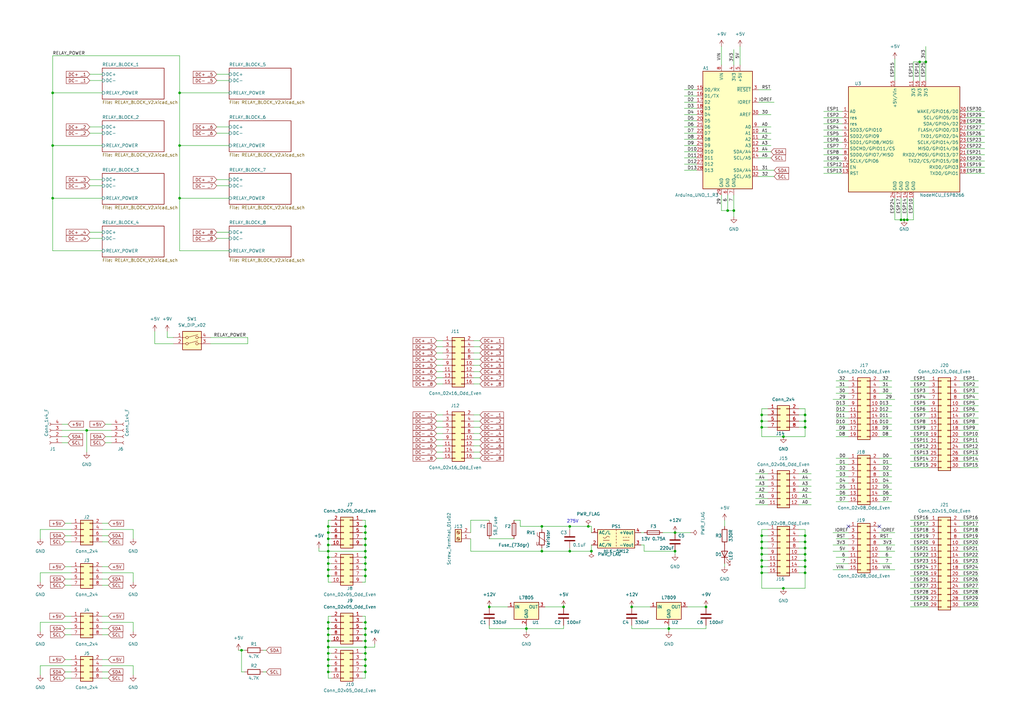
<source format=kicad_sch>
(kicad_sch (version 20211123) (generator eeschema)
  (paper "A3")
  (junction (at 134.62 270.51))
  (junction (at 149.86 220.98))
  (junction (at 149.86 270.51))
  (junction (at 312.42 232.41))
  (junction (at 379.73 25.4))
  (junction (at 312.42 219.71))
  (junction (at 21.59 38.1))
  (junction (at 276.86 218.44))
  (junction (at 149.86 228.6))
  (junction (at 134.62 233.68))
  (junction (at 149.86 267.97))
  (junction (at 149.86 262.89))
  (junction (at 312.42 175.26))
  (junction (at 21.59 59.69))
  (junction (at 312.42 172.72))
  (junction (at 372.11 90.17))
  (junction (at 276.86 226.06))
  (junction (at 312.42 222.25))
  (junction (at 134.62 226.06))
  (junction (at 134.62 231.14))
  (junction (at 369.57 90.17))
  (junction (at 298.45 86.36))
  (junction (at 330.2 172.72))
  (junction (at 134.62 273.05))
  (junction (at 35.56 176.53))
  (junction (at 330.2 232.41))
  (junction (at 300.99 86.36))
  (junction (at 312.42 170.18))
  (junction (at 241.3 215.9))
  (junction (at 312.42 229.87))
  (junction (at 134.62 215.9))
  (junction (at 370.84 90.17))
  (junction (at 73.66 81.28))
  (junction (at 21.59 81.28))
  (junction (at 200.66 248.92))
  (junction (at 330.2 234.95))
  (junction (at 149.86 226.06))
  (junction (at 134.62 262.89))
  (junction (at 149.86 233.68))
  (junction (at 330.2 219.71))
  (junction (at 134.62 275.59))
  (junction (at 242.57 226.06))
  (junction (at 134.62 223.52))
  (junction (at 134.62 218.44))
  (junction (at 134.62 257.81))
  (junction (at 134.62 236.22))
  (junction (at 149.86 215.9))
  (junction (at 233.68 215.9))
  (junction (at 312.42 227.33))
  (junction (at 274.32 257.81))
  (junction (at 134.62 228.6))
  (junction (at 215.9 257.81))
  (junction (at 330.2 224.79))
  (junction (at 289.56 248.92))
  (junction (at 73.66 59.69))
  (junction (at 149.86 257.81))
  (junction (at 259.08 248.92))
  (junction (at 222.25 215.9))
  (junction (at 134.62 267.97))
  (junction (at 149.86 275.59))
  (junction (at 312.42 224.79))
  (junction (at 321.31 241.3))
  (junction (at 149.86 223.52))
  (junction (at 134.62 255.27))
  (junction (at 149.86 273.05))
  (junction (at 321.31 179.07))
  (junction (at 222.25 226.06))
  (junction (at 233.68 226.06))
  (junction (at 330.2 227.33))
  (junction (at 149.86 236.22))
  (junction (at 377.19 25.4))
  (junction (at 134.62 220.98))
  (junction (at 149.86 260.35))
  (junction (at 149.86 265.43))
  (junction (at 330.2 170.18))
  (junction (at 149.86 231.14))
  (junction (at 330.2 229.87))
  (junction (at 330.2 175.26))
  (junction (at 73.66 38.1))
  (junction (at 231.14 248.92))
  (junction (at 134.62 265.43))
  (junction (at 312.42 234.95))
  (junction (at 149.86 255.27))
  (junction (at 134.62 260.35))
  (junction (at 99.06 266.7))
  (junction (at 330.2 222.25))
  (junction (at 149.86 218.44))
  (no_connect (at 360.68 215.9))
  (no_connect (at 347.98 215.9))
  (wire (pts (xy 134.62 215.9) (xy 135.89 215.9)))
  (wire (pts (xy 347.98 220.98) (xy 342.9 220.98)))
  (wire (pts (xy 393.7 156.21) (xy 401.32 156.21)))
  (wire (pts (xy 88.9 97.79) (xy 93.98 97.79)))
  (wire (pts (xy 393.7 213.36) (xy 401.32 213.36)))
  (wire (pts (xy 21.59 22.86) (xy 21.59 38.1)))
  (wire (pts (xy 365.76 203.2) (xy 360.68 203.2)))
  (wire (pts (xy 148.59 273.05) (xy 149.86 273.05)))
  (wire (pts (xy 285.75 69.85) (xy 280.67 69.85)))
  (wire (pts (xy 365.76 228.6) (xy 360.68 228.6)))
  (wire (pts (xy 337.82 58.42) (xy 345.44 58.42)))
  (wire (pts (xy 194.31 154.94) (xy 196.85 154.94)))
  (wire (pts (xy 373.38 161.29) (xy 381 161.29)))
  (wire (pts (xy 25.4 179.07) (xy 27.94 179.07)))
  (wire (pts (xy 369.57 81.28) (xy 369.57 90.17)))
  (wire (pts (xy 373.38 158.75) (xy 381 158.75)))
  (wire (pts (xy 134.62 231.14) (xy 135.89 231.14)))
  (wire (pts (xy 342.9 161.29) (xy 347.98 161.29)))
  (wire (pts (xy 41.91 237.49) (xy 44.45 237.49)))
  (wire (pts (xy 309.88 204.47) (xy 314.96 204.47)))
  (wire (pts (xy 134.62 218.44) (xy 134.62 220.98)))
  (wire (pts (xy 360.68 161.29) (xy 365.76 161.29)))
  (wire (pts (xy 365.76 193.04) (xy 360.68 193.04)))
  (wire (pts (xy 194.31 139.7) (xy 196.85 139.7)))
  (wire (pts (xy 179.07 139.7) (xy 181.61 139.7)))
  (wire (pts (xy 393.7 228.6) (xy 401.32 228.6)))
  (wire (pts (xy 45.72 181.61) (xy 43.18 181.61)))
  (wire (pts (xy 26.67 270.51) (xy 29.21 270.51)))
  (wire (pts (xy 393.7 163.83) (xy 401.32 163.83)))
  (wire (pts (xy 36.83 97.79) (xy 41.91 97.79)))
  (wire (pts (xy 321.31 241.3) (xy 312.42 241.3)))
  (wire (pts (xy 373.38 173.99) (xy 381 173.99)))
  (wire (pts (xy 337.82 66.04) (xy 345.44 66.04)))
  (wire (pts (xy 342.9 158.75) (xy 347.98 158.75)))
  (wire (pts (xy 149.86 223.52) (xy 149.86 226.06)))
  (wire (pts (xy 86.36 140.97) (xy 101.6 140.97)))
  (wire (pts (xy 149.86 262.89) (xy 149.86 265.43)))
  (wire (pts (xy 36.83 52.07) (xy 41.91 52.07)))
  (wire (pts (xy 179.07 177.8) (xy 181.61 177.8)))
  (wire (pts (xy 73.66 22.86) (xy 73.66 38.1)))
  (wire (pts (xy 134.62 262.89) (xy 135.89 262.89)))
  (wire (pts (xy 16.51 217.17) (xy 29.21 217.17)))
  (wire (pts (xy 342.9 168.91) (xy 347.98 168.91)))
  (wire (pts (xy 134.62 273.05) (xy 134.62 275.59)))
  (wire (pts (xy 134.62 260.35) (xy 134.62 262.89)))
  (wire (pts (xy 377.19 25.4) (xy 379.73 25.4)))
  (wire (pts (xy 327.66 194.31) (xy 332.74 194.31)))
  (wire (pts (xy 367.03 223.52) (xy 360.68 223.52)))
  (wire (pts (xy 342.9 171.45) (xy 347.98 171.45)))
  (wire (pts (xy 360.68 179.07) (xy 365.76 179.07)))
  (wire (pts (xy 393.7 186.69) (xy 401.32 186.69)))
  (wire (pts (xy 403.86 48.26) (xy 396.24 48.26)))
  (wire (pts (xy 233.68 215.9) (xy 233.68 217.17)))
  (wire (pts (xy 330.2 229.87) (xy 330.2 227.33)))
  (wire (pts (xy 374.65 33.02) (xy 374.65 25.4)))
  (wire (pts (xy 373.38 223.52) (xy 381 223.52)))
  (wire (pts (xy 179.07 147.32) (xy 181.61 147.32)))
  (wire (pts (xy 295.91 86.36) (xy 298.45 86.36)))
  (wire (pts (xy 21.59 81.28) (xy 41.91 81.28)))
  (wire (pts (xy 134.62 218.44) (xy 135.89 218.44)))
  (wire (pts (xy 134.62 262.89) (xy 134.62 265.43)))
  (wire (pts (xy 312.42 167.64) (xy 312.42 170.18)))
  (wire (pts (xy 179.07 172.72) (xy 181.61 172.72)))
  (wire (pts (xy 16.51 238.76) (xy 16.51 234.95)))
  (wire (pts (xy 97.79 266.7) (xy 99.06 266.7)))
  (wire (pts (xy 327.66 167.64) (xy 330.2 167.64)))
  (wire (pts (xy 215.9 256.54) (xy 215.9 257.81)))
  (wire (pts (xy 45.72 179.07) (xy 43.18 179.07)))
  (wire (pts (xy 16.51 259.08) (xy 16.51 255.27)))
  (wire (pts (xy 36.83 54.61) (xy 41.91 54.61)))
  (wire (pts (xy 367.03 24.13) (xy 367.03 33.02)))
  (wire (pts (xy 36.83 76.2) (xy 41.91 76.2)))
  (wire (pts (xy 327.66 227.33) (xy 330.2 227.33)))
  (wire (pts (xy 68.58 138.43) (xy 68.58 135.89)))
  (wire (pts (xy 365.76 190.5) (xy 360.68 190.5)))
  (wire (pts (xy 73.66 81.28) (xy 93.98 81.28)))
  (wire (pts (xy 134.62 233.68) (xy 135.89 233.68)))
  (wire (pts (xy 149.86 267.97) (xy 149.86 270.51)))
  (wire (pts (xy 36.83 73.66) (xy 41.91 73.66)))
  (wire (pts (xy 312.42 224.79) (xy 312.42 227.33)))
  (wire (pts (xy 295.91 19.05) (xy 295.91 26.67)))
  (wire (pts (xy 327.66 196.85) (xy 332.74 196.85)))
  (wire (pts (xy 99.06 266.7) (xy 99.06 275.59)))
  (wire (pts (xy 88.9 76.2) (xy 93.98 76.2)))
  (wire (pts (xy 179.07 187.96) (xy 181.61 187.96)))
  (wire (pts (xy 373.38 156.21) (xy 381 156.21)))
  (wire (pts (xy 134.62 238.76) (xy 135.89 238.76)))
  (wire (pts (xy 312.42 167.64) (xy 314.96 167.64)))
  (wire (pts (xy 242.57 226.06) (xy 233.68 226.06)))
  (wire (pts (xy 262.89 218.44) (xy 264.16 218.44)))
  (wire (pts (xy 330.2 234.95) (xy 327.66 234.95)))
  (wire (pts (xy 194.31 149.86) (xy 196.85 149.86)))
  (wire (pts (xy 314.96 217.17) (xy 312.42 217.17)))
  (wire (pts (xy 393.7 168.91) (xy 401.32 168.91)))
  (wire (pts (xy 54.61 234.95) (xy 54.61 238.76)))
  (wire (pts (xy 370.84 90.17) (xy 372.11 90.17)))
  (wire (pts (xy 21.59 38.1) (xy 41.91 38.1)))
  (wire (pts (xy 360.68 156.21) (xy 365.76 156.21)))
  (wire (pts (xy 25.4 176.53) (xy 35.56 176.53)))
  (wire (pts (xy 194.31 152.4) (xy 196.85 152.4)))
  (wire (pts (xy 16.51 255.27) (xy 29.21 255.27)))
  (wire (pts (xy 21.59 22.86) (xy 73.66 22.86)))
  (wire (pts (xy 26.67 214.63) (xy 29.21 214.63)))
  (wire (pts (xy 312.42 227.33) (xy 312.42 229.87)))
  (wire (pts (xy 134.62 255.27) (xy 135.89 255.27)))
  (wire (pts (xy 88.9 52.07) (xy 93.98 52.07)))
  (wire (pts (xy 285.75 59.69) (xy 280.67 59.69)))
  (wire (pts (xy 327.66 232.41) (xy 330.2 232.41)))
  (wire (pts (xy 365.76 231.14) (xy 360.68 231.14)))
  (wire (pts (xy 41.91 219.71) (xy 44.45 219.71)))
  (wire (pts (xy 148.59 255.27) (xy 149.86 255.27)))
  (wire (pts (xy 393.7 220.98) (xy 401.32 220.98)))
  (wire (pts (xy 276.86 226.06) (xy 276.86 227.33)))
  (wire (pts (xy 341.63 218.44) (xy 347.98 218.44)))
  (wire (pts (xy 393.7 241.3) (xy 401.32 241.3)))
  (wire (pts (xy 360.68 173.99) (xy 365.76 173.99)))
  (wire (pts (xy 373.38 186.69) (xy 381 186.69)))
  (wire (pts (xy 393.7 184.15) (xy 401.32 184.15)))
  (wire (pts (xy 222.25 215.9) (xy 233.68 215.9)))
  (wire (pts (xy 330.2 234.95) (xy 330.2 232.41)))
  (wire (pts (xy 285.75 67.31) (xy 280.67 67.31)))
  (wire (pts (xy 393.7 158.75) (xy 401.32 158.75)))
  (wire (pts (xy 45.72 173.99) (xy 43.18 173.99)))
  (wire (pts (xy 393.7 238.76) (xy 401.32 238.76)))
  (wire (pts (xy 373.38 181.61) (xy 381 181.61)))
  (wire (pts (xy 134.62 233.68) (xy 134.62 236.22)))
  (wire (pts (xy 330.2 167.64) (xy 330.2 170.18)))
  (wire (pts (xy 134.62 267.97) (xy 134.62 270.51)))
  (wire (pts (xy 63.5 140.97) (xy 71.12 140.97)))
  (wire (pts (xy 271.78 218.44) (xy 276.86 218.44)))
  (wire (pts (xy 134.62 228.6) (xy 135.89 228.6)))
  (wire (pts (xy 393.7 226.06) (xy 401.32 226.06)))
  (wire (pts (xy 330.2 224.79) (xy 330.2 222.25)))
  (wire (pts (xy 285.75 49.53) (xy 280.67 49.53)))
  (wire (pts (xy 148.59 213.36) (xy 149.86 213.36)))
  (wire (pts (xy 312.42 227.33) (xy 314.96 227.33)))
  (wire (pts (xy 215.9 257.81) (xy 231.14 257.81)))
  (wire (pts (xy 330.2 227.33) (xy 330.2 224.79)))
  (wire (pts (xy 281.94 248.92) (xy 289.56 248.92)))
  (wire (pts (xy 149.86 270.51) (xy 149.86 273.05)))
  (wire (pts (xy 327.66 172.72) (xy 330.2 172.72)))
  (wire (pts (xy 316.23 62.23) (xy 311.15 62.23)))
  (wire (pts (xy 274.32 257.81) (xy 274.32 259.08)))
  (wire (pts (xy 393.7 215.9) (xy 401.32 215.9)))
  (wire (pts (xy 342.9 156.21) (xy 347.98 156.21)))
  (wire (pts (xy 365.76 198.12) (xy 360.68 198.12)))
  (wire (pts (xy 337.82 53.34) (xy 345.44 53.34)))
  (wire (pts (xy 210.82 213.36) (xy 213.36 213.36)))
  (wire (pts (xy 347.98 203.2) (xy 342.9 203.2)))
  (wire (pts (xy 373.38 171.45) (xy 381 171.45)))
  (wire (pts (xy 373.38 226.06) (xy 381 226.06)))
  (wire (pts (xy 289.56 257.81) (xy 289.56 256.54)))
  (wire (pts (xy 327.66 201.93) (xy 332.74 201.93)))
  (wire (pts (xy 148.59 260.35) (xy 149.86 260.35)))
  (wire (pts (xy 337.82 45.72) (xy 345.44 45.72)))
  (wire (pts (xy 241.3 215.9) (xy 233.68 215.9)))
  (wire (pts (xy 373.38 189.23) (xy 381 189.23)))
  (wire (pts (xy 285.75 54.61) (xy 280.67 54.61)))
  (wire (pts (xy 327.66 224.79) (xy 330.2 224.79)))
  (wire (pts (xy 311.15 36.83) (xy 316.23 36.83)))
  (wire (pts (xy 393.7 231.14) (xy 401.32 231.14)))
  (wire (pts (xy 327.66 170.18) (xy 330.2 170.18)))
  (wire (pts (xy 377.19 33.02) (xy 377.19 25.4)))
  (wire (pts (xy 86.36 138.43) (xy 101.6 138.43)))
  (wire (pts (xy 393.7 243.84) (xy 401.32 243.84)))
  (wire (pts (xy 373.38 238.76) (xy 381 238.76)))
  (wire (pts (xy 73.66 38.1) (xy 73.66 59.69)))
  (wire (pts (xy 25.4 173.99) (xy 27.94 173.99)))
  (wire (pts (xy 134.62 228.6) (xy 134.62 231.14)))
  (wire (pts (xy 134.62 213.36) (xy 134.62 215.9)))
  (wire (pts (xy 316.23 46.99) (xy 311.15 46.99)))
  (wire (pts (xy 379.73 25.4) (xy 379.73 33.02)))
  (wire (pts (xy 374.65 25.4) (xy 377.19 25.4)))
  (wire (pts (xy 330.2 222.25) (xy 330.2 219.71)))
  (wire (pts (xy 285.75 39.37) (xy 280.67 39.37)))
  (wire (pts (xy 360.68 163.83) (xy 367.03 163.83)))
  (wire (pts (xy 259.08 257.81) (xy 274.32 257.81)))
  (wire (pts (xy 327.66 175.26) (xy 330.2 175.26)))
  (wire (pts (xy 285.75 64.77) (xy 280.67 64.77)))
  (wire (pts (xy 100.33 275.59) (xy 99.06 275.59)))
  (wire (pts (xy 63.5 135.89) (xy 63.5 140.97)))
  (wire (pts (xy 41.91 270.51) (xy 44.45 270.51)))
  (wire (pts (xy 312.42 229.87) (xy 312.42 232.41)))
  (wire (pts (xy 403.86 66.04) (xy 396.24 66.04)))
  (wire (pts (xy 26.67 232.41) (xy 29.21 232.41)))
  (wire (pts (xy 41.91 278.13) (xy 44.45 278.13)))
  (wire (pts (xy 300.99 20.32) (xy 300.99 26.67)))
  (wire (pts (xy 373.38 220.98) (xy 381 220.98)))
  (wire (pts (xy 330.2 219.71) (xy 330.2 217.17)))
  (wire (pts (xy 373.38 231.14) (xy 381 231.14)))
  (wire (pts (xy 16.51 276.86) (xy 16.51 273.05)))
  (wire (pts (xy 134.62 260.35) (xy 135.89 260.35)))
  (wire (pts (xy 179.07 142.24) (xy 181.61 142.24)))
  (wire (pts (xy 194.31 182.88) (xy 196.85 182.88)))
  (wire (pts (xy 262.89 223.52) (xy 264.16 223.52)))
  (wire (pts (xy 231.14 257.81) (xy 231.14 256.54)))
  (wire (pts (xy 393.7 191.77) (xy 401.32 191.77)))
  (wire (pts (xy 194.31 185.42) (xy 196.85 185.42)))
  (wire (pts (xy 373.38 243.84) (xy 381 243.84)))
  (wire (pts (xy 149.86 275.59) (xy 149.86 278.13)))
  (wire (pts (xy 367.03 90.17) (xy 369.57 90.17)))
  (wire (pts (xy 134.62 236.22) (xy 134.62 238.76)))
  (wire (pts (xy 373.38 191.77) (xy 381 191.77)))
  (wire (pts (xy 403.86 53.34) (xy 396.24 53.34)))
  (wire (pts (xy 317.5 41.91) (xy 311.15 41.91)))
  (wire (pts (xy 213.36 213.36) (xy 213.36 215.9)))
  (wire (pts (xy 342.9 179.07) (xy 347.98 179.07)))
  (wire (pts (xy 347.98 193.04) (xy 342.9 193.04)))
  (wire (pts (xy 360.68 218.44) (xy 367.03 218.44)))
  (wire (pts (xy 149.86 278.13) (xy 148.59 278.13)))
  (wire (pts (xy 347.98 187.96) (xy 342.9 187.96)))
  (wire (pts (xy 26.67 240.03) (xy 29.21 240.03)))
  (wire (pts (xy 149.86 215.9) (xy 149.86 218.44)))
  (wire (pts (xy 149.86 257.81) (xy 149.86 260.35)))
  (wire (pts (xy 54.61 255.27) (xy 54.61 259.08)))
  (wire (pts (xy 194.31 180.34) (xy 196.85 180.34)))
  (wire (pts (xy 347.98 205.74) (xy 342.9 205.74)))
  (wire (pts (xy 73.66 59.69) (xy 93.98 59.69)))
  (wire (pts (xy 312.42 170.18) (xy 314.96 170.18)))
  (wire (pts (xy 298.45 86.36) (xy 300.99 86.36)))
  (wire (pts (xy 41.91 214.63) (xy 44.45 214.63)))
  (wire (pts (xy 373.38 163.83) (xy 381 163.83)))
  (wire (pts (xy 393.7 189.23) (xy 401.32 189.23)))
  (wire (pts (xy 21.59 38.1) (xy 21.59 59.69)))
  (wire (pts (xy 309.88 196.85) (xy 314.96 196.85)))
  (wire (pts (xy 285.75 52.07) (xy 280.67 52.07)))
  (wire (pts (xy 347.98 231.14) (xy 342.9 231.14)))
  (wire (pts (xy 242.57 223.52) (xy 242.57 226.06)))
  (wire (pts (xy 393.7 173.99) (xy 401.32 173.99)))
  (wire (pts (xy 365.76 187.96) (xy 360.68 187.96)))
  (wire (pts (xy 373.38 215.9) (xy 381 215.9)))
  (wire (pts (xy 342.9 166.37) (xy 347.98 166.37)))
  (wire (pts (xy 321.31 179.07) (xy 312.42 179.07)))
  (wire (pts (xy 149.86 218.44) (xy 149.86 220.98)))
  (wire (pts (xy 179.07 157.48) (xy 181.61 157.48)))
  (wire (pts (xy 321.31 179.07) (xy 330.2 179.07)))
  (wire (pts (xy 41.91 234.95) (xy 54.61 234.95)))
  (wire (pts (xy 41.91 273.05) (xy 54.61 273.05)))
  (wire (pts (xy 16.51 220.98) (xy 16.51 217.17)))
  (wire (pts (xy 148.59 228.6) (xy 149.86 228.6)))
  (wire (pts (xy 393.7 161.29) (xy 401.32 161.29)))
  (wire (pts (xy 134.62 223.52) (xy 135.89 223.52)))
  (wire (pts (xy 215.9 257.81) (xy 215.9 259.08)))
  (wire (pts (xy 321.31 241.3) (xy 330.2 241.3)))
  (wire (pts (xy 365.76 205.74) (xy 360.68 205.74)))
  (wire (pts (xy 148.59 223.52) (xy 149.86 223.52)))
  (wire (pts (xy 194.31 144.78) (xy 196.85 144.78)))
  (wire (pts (xy 99.06 266.7) (xy 100.33 266.7)))
  (wire (pts (xy 149.86 265.43) (xy 149.86 267.97)))
  (wire (pts (xy 222.25 215.9) (xy 222.25 217.17)))
  (wire (pts (xy 369.57 90.17) (xy 370.84 90.17)))
  (wire (pts (xy 393.7 176.53) (xy 401.32 176.53)))
  (wire (pts (xy 360.68 158.75) (xy 365.76 158.75)))
  (wire (pts (xy 365.76 195.58) (xy 360.68 195.58)))
  (wire (pts (xy 149.86 220.98) (xy 149.86 223.52)))
  (wire (pts (xy 373.38 228.6) (xy 381 228.6)))
  (wire (pts (xy 373.38 218.44) (xy 381 218.44)))
  (wire (pts (xy 337.82 60.96) (xy 345.44 60.96)))
  (wire (pts (xy 179.07 149.86) (xy 181.61 149.86)))
  (wire (pts (xy 259.08 256.54) (xy 259.08 257.81)))
  (wire (pts (xy 312.42 224.79) (xy 314.96 224.79)))
  (wire (pts (xy 393.7 248.92) (xy 401.32 248.92)))
  (wire (pts (xy 101.6 138.43) (xy 101.6 140.97)))
  (wire (pts (xy 179.07 170.18) (xy 181.61 170.18)))
  (wire (pts (xy 107.95 266.7) (xy 109.22 266.7)))
  (wire (pts (xy 134.62 257.81) (xy 135.89 257.81)))
  (wire (pts (xy 193.04 213.36) (xy 200.66 213.36)))
  (wire (pts (xy 134.62 270.51) (xy 134.62 273.05)))
  (wire (pts (xy 367.03 81.28) (xy 367.03 90.17)))
  (wire (pts (xy 316.23 64.77) (xy 311.15 64.77)))
  (wire (pts (xy 194.31 147.32) (xy 196.85 147.32)))
  (wire (pts (xy 26.67 278.13) (xy 29.21 278.13)))
  (wire (pts (xy 312.42 241.3) (xy 312.42 234.95)))
  (wire (pts (xy 312.42 222.25) (xy 314.96 222.25)))
  (wire (pts (xy 309.88 207.01) (xy 314.96 207.01)))
  (wire (pts (xy 134.62 257.81) (xy 134.62 260.35)))
  (wire (pts (xy 373.38 233.68) (xy 381 233.68)))
  (wire (pts (xy 393.7 166.37) (xy 401.32 166.37)))
  (wire (pts (xy 194.31 187.96) (xy 196.85 187.96)))
  (wire (pts (xy 298.45 86.36) (xy 298.45 80.01)))
  (wire (pts (xy 194.31 175.26) (xy 196.85 175.26)))
  (wire (pts (xy 312.42 172.72) (xy 314.96 172.72)))
  (wire (pts (xy 222.25 226.06) (xy 222.25 224.79)))
  (wire (pts (xy 134.62 223.52) (xy 134.62 226.06)))
  (wire (pts (xy 135.89 213.36) (xy 134.62 213.36)))
  (wire (pts (xy 337.82 68.58) (xy 345.44 68.58)))
  (wire (pts (xy 36.83 30.48) (xy 41.91 30.48)))
  (wire (pts (xy 312.42 219.71) (xy 314.96 219.71)))
  (wire (pts (xy 148.59 275.59) (xy 149.86 275.59)))
  (wire (pts (xy 41.91 222.25) (xy 44.45 222.25)))
  (wire (pts (xy 327.66 207.01) (xy 332.74 207.01)))
  (wire (pts (xy 360.68 176.53) (xy 365.76 176.53)))
  (wire (pts (xy 149.86 226.06) (xy 149.86 228.6)))
  (wire (pts (xy 153.67 264.16) (xy 153.67 265.43)))
  (wire (pts (xy 274.32 257.81) (xy 289.56 257.81)))
  (wire (pts (xy 148.59 267.97) (xy 149.86 267.97)))
  (wire (pts (xy 26.67 275.59) (xy 29.21 275.59)))
  (wire (pts (xy 71.12 138.43) (xy 68.58 138.43)))
  (wire (pts (xy 148.59 252.73) (xy 149.86 252.73)))
  (wire (pts (xy 285.75 46.99) (xy 280.67 46.99)))
  (wire (pts (xy 26.67 237.49) (xy 29.21 237.49)))
  (wire (pts (xy 309.88 194.31) (xy 314.96 194.31)))
  (wire (pts (xy 337.82 48.26) (xy 345.44 48.26)))
  (wire (pts (xy 312.42 219.71) (xy 312.42 222.25)))
  (wire (pts (xy 134.62 255.27) (xy 134.62 257.81)))
  (wire (pts (xy 26.67 257.81) (xy 29.21 257.81)))
  (wire (pts (xy 330.2 217.17) (xy 327.66 217.17)))
  (wire (pts (xy 360.68 168.91) (xy 365.76 168.91)))
  (wire (pts (xy 149.86 228.6) (xy 149.86 231.14)))
  (wire (pts (xy 327.66 222.25) (xy 330.2 222.25)))
  (wire (pts (xy 149.86 236.22) (xy 149.86 238.76)))
  (wire (pts (xy 360.68 233.68) (xy 367.03 233.68)))
  (wire (pts (xy 41.91 257.81) (xy 44.45 257.81)))
  (wire (pts (xy 134.62 226.06) (xy 134.62 228.6)))
  (wire (pts (xy 316.23 57.15) (xy 311.15 57.15)))
  (wire (pts (xy 295.91 80.01) (xy 295.91 86.36)))
  (wire (pts (xy 179.07 182.88) (xy 181.61 182.88)))
  (wire (pts (xy 337.82 50.8) (xy 345.44 50.8)))
  (wire (pts (xy 134.62 265.43) (xy 149.86 265.43)))
  (wire (pts (xy 403.86 60.96) (xy 396.24 60.96)))
  (wire (pts (xy 337.82 55.88) (xy 345.44 55.88)))
  (wire (pts (xy 134.62 278.13) (xy 135.89 278.13)))
  (wire (pts (xy 312.42 234.95) (xy 314.96 234.95)))
  (wire (pts (xy 347.98 200.66) (xy 342.9 200.66)))
  (wire (pts (xy 330.2 172.72) (xy 330.2 175.26)))
  (wire (pts (xy 41.91 275.59) (xy 44.45 275.59)))
  (wire (pts (xy 193.04 220.98) (xy 193.04 226.06)))
  (wire (pts (xy 148.59 220.98) (xy 149.86 220.98)))
  (wire (pts (xy 134.62 275.59) (xy 135.89 275.59)))
  (wire (pts (xy 54.61 217.17) (xy 54.61 220.98)))
  (wire (pts (xy 35.56 176.53) (xy 35.56 185.42)))
  (wire (pts (xy 347.98 228.6) (xy 342.9 228.6)))
  (wire (pts (xy 149.86 238.76) (xy 148.59 238.76)))
  (wire (pts (xy 21.59 81.28) (xy 21.59 102.87)))
  (wire (pts (xy 179.07 185.42) (xy 181.61 185.42)))
  (wire (pts (xy 403.86 63.5) (xy 396.24 63.5)))
  (wire (pts (xy 347.98 198.12) (xy 342.9 198.12)))
  (wire (pts (xy 360.68 166.37) (xy 365.76 166.37)))
  (wire (pts (xy 300.99 86.36) (xy 300.99 80.01)))
  (wire (pts (xy 134.62 236.22) (xy 135.89 236.22)))
  (wire (pts (xy 285.75 44.45) (xy 280.67 44.45)))
  (wire (pts (xy 309.88 199.39) (xy 314.96 199.39)))
  (wire (pts (xy 148.59 231.14) (xy 149.86 231.14)))
  (wire (pts (xy 193.04 226.06) (xy 222.25 226.06)))
  (wire (pts (xy 316.23 59.69) (xy 311.15 59.69)))
  (wire (pts (xy 403.86 58.42) (xy 396.24 58.42)))
  (wire (pts (xy 36.83 33.02) (xy 41.91 33.02)))
  (wire (pts (xy 148.59 218.44) (xy 149.86 218.44)))
  (wire (pts (xy 311.15 69.85) (xy 317.5 69.85)))
  (wire (pts (xy 337.82 71.12) (xy 345.44 71.12)))
  (wire (pts (xy 373.38 241.3) (xy 381 241.3)))
  (wire (pts (xy 403.86 68.58) (xy 396.24 68.58)))
  (wire (pts (xy 88.9 54.61) (xy 93.98 54.61)))
  (wire (pts (xy 285.75 36.83) (xy 280.67 36.83)))
  (wire (pts (xy 194.31 177.8) (xy 196.85 177.8)))
  (wire (pts (xy 149.86 231.14) (xy 149.86 233.68)))
  (wire (pts (xy 373.38 184.15) (xy 381 184.15)))
  (wire (pts (xy 148.59 270.51) (xy 149.86 270.51)))
  (wire (pts (xy 194.31 172.72) (xy 196.85 172.72)))
  (wire (pts (xy 21.59 59.69) (xy 21.59 81.28)))
  (wire (pts (xy 148.59 262.89) (xy 149.86 262.89)))
  (wire (pts (xy 393.7 181.61) (xy 401.32 181.61)))
  (wire (pts (xy 242.57 215.9) (xy 241.3 215.9)))
  (wire (pts (xy 403.86 55.88) (xy 396.24 55.88)))
  (wire (pts (xy 200.66 257.81) (xy 215.9 257.81)))
  (wire (pts (xy 194.31 142.24) (xy 196.85 142.24)))
  (wire (pts (xy 314.96 229.87) (xy 312.42 229.87)))
  (wire (pts (xy 194.31 157.48) (xy 196.85 157.48)))
  (wire (pts (xy 372.11 81.28) (xy 372.11 90.17)))
  (wire (pts (xy 200.66 220.98) (xy 210.82 220.98)))
  (wire (pts (xy 327.66 204.47) (xy 332.74 204.47)))
  (wire (pts (xy 179.07 180.34) (xy 181.61 180.34)))
  (wire (pts (xy 373.38 176.53) (xy 381 176.53)))
  (wire (pts (xy 134.62 265.43) (xy 134.62 267.97)))
  (wire (pts (xy 134.62 220.98) (xy 134.62 223.52)))
  (wire (pts (xy 26.67 252.73) (xy 29.21 252.73)))
  (wire (pts (xy 403.86 50.8) (xy 396.24 50.8)))
  (wire (pts (xy 134.62 226.06) (xy 149.86 226.06)))
  (wire (pts (xy 327.66 199.39) (xy 332.74 199.39)))
  (wire (pts (xy 330.2 170.18) (xy 330.2 172.72)))
  (wire (pts (xy 312.42 175.26) (xy 314.96 175.26)))
  (wire (pts (xy 36.83 95.25) (xy 41.91 95.25)))
  (wire (pts (xy 297.18 231.14) (xy 297.18 232.41)))
  (wire (pts (xy 26.67 219.71) (xy 29.21 219.71)))
  (wire (pts (xy 373.38 246.38) (xy 381 246.38)))
  (wire (pts (xy 393.7 171.45) (xy 401.32 171.45)))
  (wire (pts (xy 393.7 246.38) (xy 401.32 246.38)))
  (wire (pts (xy 179.07 154.94) (xy 181.61 154.94)))
  (wire (pts (xy 88.9 30.48) (xy 93.98 30.48)))
  (wire (pts (xy 73.66 38.1) (xy 93.98 38.1)))
  (wire (pts (xy 41.91 252.73) (xy 44.45 252.73)))
  (wire (pts (xy 213.36 215.9) (xy 222.25 215.9)))
  (wire (pts (xy 347.98 226.06) (xy 341.63 226.06)))
  (wire (pts (xy 21.59 59.69) (xy 41.91 59.69)))
  (wire (pts (xy 148.59 215.9) (xy 149.86 215.9)))
  (wire (pts (xy 393.7 236.22) (xy 401.32 236.22)))
  (wire (pts (xy 285.75 57.15) (xy 280.67 57.15)))
  (wire (pts (xy 73.66 102.87) (xy 93.98 102.87)))
  (wire (pts (xy 309.88 201.93) (xy 314.96 201.93)))
  (wire (pts (xy 149.86 255.27) (xy 149.86 257.81)))
  (wire (pts (xy 330.2 232.41) (xy 330.2 229.87)))
  (wire (pts (xy 41.91 260.35) (xy 44.45 260.35)))
  (wire (pts (xy 16.51 234.95) (xy 29.21 234.95)))
  (wire (pts (xy 149.86 252.73) (xy 149.86 255.27)))
  (wire (pts (xy 312.42 170.18) (xy 312.42 172.72)))
  (wire (pts (xy 149.86 273.05) (xy 149.86 275.59)))
  (wire (pts (xy 360.68 171.45) (xy 365.76 171.45)))
  (wire (pts (xy 311.15 72.39) (xy 317.5 72.39)))
  (wire (pts (xy 342.9 173.99) (xy 347.98 173.99)))
  (wire (pts (xy 200.66 248.92) (xy 208.28 248.92)))
  (wire (pts (xy 285.75 62.23) (xy 280.67 62.23)))
  (wire (pts (xy 274.32 256.54) (xy 274.32 257.81)))
  (wire (pts (xy 365.76 220.98) (xy 360.68 220.98)))
  (wire (pts (xy 342.9 176.53) (xy 347.98 176.53)))
  (wire (pts (xy 330.2 241.3) (xy 330.2 234.95)))
  (wire (pts (xy 285.75 41.91) (xy 280.67 41.91)))
  (wire (pts (xy 373.38 168.91) (xy 381 168.91)))
  (wire (pts (xy 347.98 190.5) (xy 342.9 190.5)))
  (wire (pts (xy 373.38 213.36) (xy 381 213.36)))
  (wire (pts (xy 276.86 218.44) (xy 283.21 218.44)))
  (wire (pts (xy 134.62 273.05) (xy 135.89 273.05)))
  (wire (pts (xy 134.62 270.51) (xy 135.89 270.51)))
  (wire (pts (xy 149.86 260.35) (xy 149.86 262.89)))
  (wire (pts (xy 134.62 267.97) (xy 135.89 267.97)))
  (wire (pts (xy 403.86 71.12) (xy 396.24 71.12)))
  (wire (pts (xy 41.91 217.17) (xy 54.61 217.17)))
  (wire (pts (xy 88.9 95.25) (xy 93.98 95.25)))
  (wire (pts (xy 179.07 144.78) (xy 181.61 144.78)))
  (wire (pts (xy 179.07 152.4) (xy 181.61 152.4)))
  (wire (pts (xy 130.81 226.06) (xy 130.81 224.79)))
  (wire (pts (xy 300.99 86.36) (xy 300.99 88.9)))
  (wire (pts (xy 297.18 213.36) (xy 297.18 215.9)))
  (wire (pts (xy 264.16 226.06) (xy 276.86 226.06)))
  (wire (pts (xy 41.91 240.03) (xy 44.45 240.03)))
  (wire (pts (xy 223.52 248.92) (xy 231.14 248.92)))
  (wire (pts (xy 130.81 226.06) (xy 134.62 226.06)))
  (wire (pts (xy 347.98 223.52) (xy 341.63 223.52)))
  (wire (pts (xy 403.86 45.72) (xy 396.24 45.72)))
  (wire (pts (xy 367.03 226.06) (xy 360.68 226.06)))
  (wire (pts (xy 242.57 218.44) (xy 242.57 215.9)))
  (wire (pts (xy 316.23 54.61) (xy 311.15 54.61)))
  (wire (pts (xy 149.86 265.43) (xy 153.67 265.43)))
  (wire (pts (xy 148.59 257.81) (xy 149.86 257.81)))
  (wire (pts (xy 134.62 215.9) (xy 134.62 218.44)))
  (wire (pts (xy 200.66 256.54) (xy 200.66 257.81)))
  (wire (pts (xy 222.25 226.06) (xy 233.68 226.06)))
  (wire (pts (xy 312.42 232.41) (xy 314.96 232.41)))
  (wire (pts (xy 16.51 273.05) (xy 29.21 273.05)))
  (wire (pts (xy 373.38 166.37) (xy 381 166.37)))
  (wire (pts (xy 393.7 179.07) (xy 401.32 179.07)))
  (wire (pts (xy 41.91 232.41) (xy 44.45 232.41)))
  (wire (pts (xy 312.42 175.26) (xy 312.42 179.07)))
  (wire (pts (xy 373.38 236.22) (xy 381 236.22)))
  (wire (pts (xy 365.76 200.66) (xy 360.68 200.66)))
  (wire (pts (xy 134.62 231.14) (xy 134.62 233.68)))
  (wire (pts (xy 264.16 223.52) (xy 264.16 226.06)))
  (wire (pts (xy 41.91 255.27) (xy 54.61 255.27)))
  (wire (pts (xy 379.73 19.05) (xy 379.73 25.4)))
  (wire (pts (xy 73.66 59.69) (xy 73.66 81.28)))
  (wire (pts (xy 374.65 81.28) (xy 374.65 90.17)))
  (wire (pts (xy 316.23 52.07) (xy 311.15 52.07)))
  (wire (pts (xy 134.62 252.73) (xy 134.62 255.27)))
  (wire (pts (xy 26.67 260.35) (xy 29.21 260.35)))
  (wire (pts (xy 393.7 218.44) (xy 401.32 218.44)))
  (wire (pts (xy 148.59 233.68) (xy 149.86 233.68)))
  (wire (pts (xy 149.86 213.36) (xy 149.86 215.9)))
  (wire (pts (xy 312.42 232.41) (xy 312.42 234.95)))
  (wire (pts (xy 341.63 233.68) (xy 347.98 233.68)))
  (wire (pts (xy 373.38 179.07) (xy 381 179.07)))
  (wire (pts (xy 107.95 275.59) (xy 109.22 275.59)))
  (wire (pts (xy 88.9 33.02) (xy 93.98 33.02)))
  (wire (pts (xy 393.7 223.52) (xy 401.32 223.52)))
  (wire (pts (xy 194.31 170.18) (xy 196.85 170.18)))
  (wire (pts (xy 347.98 195.58) (xy 342.9 195.58)))
  (wire (pts (xy 88.9 73.66) (xy 93.98 73.66)))
  (wire (pts (xy 149.86 233.68) (xy 149.86 236.22)))
  (wire (pts (xy 303.53 19.05) (xy 303.53 26.67)))
  (wire (pts (xy 337.82 63.5) (xy 345.44 63.5)))
  (wire (pts (xy 26.67 222.25) (xy 29.21 222.25)))
  (wire (pts (xy 134.62 275.59) (xy 134.62 278.13)))
  (wire (pts (xy 179.07 175.26) (xy 181.61 175.26)))
  (wire (pts (xy 233.68 226.06) (xy 233.68 224.79)))
  (wire (pts (xy 312.42 222.25) (xy 312.42 224.79)))
  (wire (pts (xy 135.89 252.73) (xy 134.62 252.73)))
  (wire (pts (xy 312.42 217.17) (xy 312.42 219.71)))
  (wire (pts (xy 148.59 236.22) (xy 149.86 236.22)))
  (wire (pts (xy 25.4 181.61) (xy 27.94 181.61)))
  (wire (pts (xy 330.2 175.26) (xy 330.2 179.07)))
  (wire (pts (xy 21.59 102.87) (xy 41.91 102.87)))
  (wire (pts (xy 312.42 172.72) (xy 312.42 175.26)))
  (wire (pts (xy 327.66 219.71) (xy 330.2 219.71)))
  (wire (pts (xy 45.72 176.53) (xy 35.56 176.53)))
  (wire (pts (xy 372.11 90.17) (xy 374.65 90.17)))
  (wire (pts (xy 373.38 248.92) (xy 381 248.92)))
  (wire (pts (xy 134.62 220.98) (xy 135.89 220.98)))
  (wire (pts (xy 54.61 273.05) (xy 54.61 276.86)))
  (wire (pts (xy 73.66 81.28) (xy 73.66 102.87)))
  (wire (pts (xy 193.04 213.36) (xy 193.04 218.44)))
  (wire (pts (xy 259.08 248.92) (xy 266.7 248.92)))
  (wire (pts (xy 341.63 163.83) (xy 347.98 163.83)))
  (wire (pts (xy 327.66 229.87) (xy 330.2 229.87)))
  (wire (pts (xy 393.7 233.68) (xy 401.32 233.68)))
  (text "275V" (at 232.41 214.63 0) (effects (font (size 1.27 1.27)) (justify left bottom)))
  (label "ESP6" (at 339.09 58.42 0))
  (label "ESP5" (at 394.97 166.37 0))
  (label "3V3" (at 346.71 223.52 180))
  (label "3V3" (at 379.73 20.32 270))
  (label "ESP16" (at 374.65 213.36 0))
  (label "ESP8" (at 394.97 173.99 0))
  (label "ESP19" (at 394.97 220.98 0))
  (label "ESP5" (at 339.09 55.88 0))
  (label "ESP7" (at 339.09 60.96 0))
  (label "ESP4" (at 339.09 53.34 0))
  (label "A2" (at 312.42 57.15 0))
  (label "ESP24" (at 367.03 87.63 90))
  (label "D8" (at 346.71 179.07 180))
  (label "5V" (at 365.76 226.06 180))
  (label "ESP21" (at 374.65 226.06 0))
  (label "ESP17" (at 374.65 215.9 0))
  (label "ESP26" (at 394.97 238.76 0))
  (label "7" (at 364.49 231.14 180))
  (label "ESP9" (at 374.65 176.53 0))
  (label "D2" (at 281.94 41.91 0))
  (label "ESP1" (at 394.97 156.21 0))
  (label "ESP14" (at 372.11 87.63 90))
  (label "ESP29" (at 394.97 246.38 0))
  (label "ESP12" (at 339.09 68.58 0))
  (label "D0" (at 361.95 187.96 0))
  (label "D12" (at 364.49 168.91 180))
  (label "29" (at 363.22 163.83 0))
  (label "30" (at 312.42 46.99 0))
  (label "ESP18" (at 394.97 218.44 0))
  (label "ESP14" (at 374.65 189.23 0))
  (label "D13" (at 346.71 166.37 180))
  (label "32" (at 312.42 72.39 0))
  (label "A2" (at 331.47 201.93 180))
  (label "VIN" (at 295.91 21.59 270))
  (label "29" (at 344.17 163.83 0))
  (label "ESP5" (at 374.65 166.37 0))
  (label "ESP22" (at 374.65 228.6 0))
  (label "D2" (at 344.17 193.04 0))
  (label "ESP15" (at 374.65 191.77 0))
  (label "D1" (at 281.94 39.37 0))
  (label "ESP18" (at 374.65 218.44 0))
  (label "D9" (at 364.49 176.53 180))
  (label "7" (at 346.71 231.14 180))
  (label "29" (at 295.91 81.28 270))
  (label "6" (at 298.45 81.28 270))
  (label "ESP27" (at 374.65 241.3 0))
  (label "ESP25" (at 379.73 31.75 90))
  (label "D5" (at 344.17 200.66 0))
  (label "A5" (at 313.69 194.31 180))
  (label "D6" (at 361.95 203.2 0))
  (label "ESP9" (at 394.97 176.53 0))
  (label "D3" (at 361.95 195.58 0))
  (label "ESP11" (at 394.97 181.61 0))
  (label "D8" (at 364.49 179.07 180))
  (label "A5" (at 331.47 194.31 180))
  (label "ESP8" (at 374.65 173.99 0))
  (label "D8" (at 281.94 57.15 0))
  (label "A1" (at 331.47 204.47 180))
  (label "RST" (at 364.49 220.98 180))
  (label "6" (at 364.49 228.6 180))
  (label "D1" (at 361.95 190.5 0))
  (label "ESP29" (at 374.65 246.38 0))
  (label "5V" (at 346.71 226.06 180))
  (label "A4" (at 312.42 62.23 0))
  (label "ESP28" (at 402.59 50.8 180))
  (label "A4" (at 313.69 196.85 180))
  (label "RST" (at 312.42 36.83 0))
  (label "ESP3" (at 374.65 161.29 0))
  (label "ESP28" (at 394.97 243.84 0))
  (label "D11" (at 364.49 171.45 180))
  (label "IOREF" (at 347.98 218.44 180))
  (label "ESP7" (at 394.97 171.45 0))
  (label "D13" (at 281.94 69.85 0))
  (label "D9" (at 281.94 59.69 0))
  (label "D3" (at 281.94 44.45 0))
  (label "ESP9" (at 339.09 66.04 0))
  (label "ESP4" (at 394.97 163.83 0))
  (label "ESP28" (at 374.65 243.84 0))
  (label "ESP1" (at 339.09 45.72 0))
  (label "ESP20" (at 394.97 223.52 0))
  (label "ESP30" (at 374.65 248.92 0))
  (label "D4" (at 281.94 46.99 0))
  (label "D2" (at 361.95 193.04 0))
  (label "D9" (at 346.71 176.53 180))
  (label "A5" (at 312.42 64.77 0))
  (label "ESP21" (at 394.97 226.06 0))
  (label "D1" (at 344.17 190.5 0))
  (label "ESP10" (at 394.97 179.07 0))
  (label "D11" (at 281.94 64.77 0))
  (label "A1" (at 312.42 54.61 0))
  (label "ESP22" (at 402.59 60.96 180))
  (label "ESP16" (at 394.97 213.36 0))
  (label "31" (at 364.49 158.75 180))
  (label "D13" (at 364.49 166.37 180))
  (label "ESP1" (at 374.65 156.21 0))
  (label "A3" (at 313.69 199.39 180))
  (label "D7" (at 281.94 54.61 0))
  (label "ESP20" (at 374.65 223.52 0))
  (label "ESP16" (at 377.19 31.75 90))
  (label "ESP10" (at 374.65 179.07 0))
  (label "31" (at 346.71 158.75 180))
  (label "A3" (at 331.47 199.39 180))
  (label "ESP17" (at 369.57 87.63 90))
  (label "ESP6" (at 374.65 168.91 0))
  (label "ESP26" (at 402.59 55.88 180))
  (label "31" (at 312.42 69.85 0))
  (label "ESP27" (at 394.97 241.3 0))
  (label "ESP3" (at 339.09 50.8 0))
  (label "ESP27" (at 402.59 53.34 180))
  (label "D6" (at 281.94 52.07 0))
  (label "A0" (at 331.47 207.01 180))
  (label "D3" (at 344.17 195.58 0))
  (label "ESP24" (at 394.97 233.68 0))
  (label "ESP13" (at 374.65 186.69 0))
  (label "3V3" (at 365.76 223.52 180))
  (label "D7" (at 344.17 205.74 0))
  (label "D4" (at 361.95 198.12 0))
  (label "A2" (at 313.69 201.93 180))
  (label "ESP12" (at 374.65 184.15 0))
  (label "32" (at 346.71 156.21 180))
  (label "D11" (at 346.71 171.45 180))
  (label "32" (at 364.49 156.21 180))
  (label "ESP29" (at 402.59 48.26 180))
  (label "ESP3" (at 394.97 161.29 0))
  (label "ESP10" (at 374.65 87.63 90))
  (label "7" (at 300.99 81.28 270))
  (label "ESP13" (at 394.97 186.69 0))
  (label "VIN" (at 361.95 233.68 0))
  (label "ESP19" (at 374.65 220.98 0))
  (label "RST" (at 346.71 220.98 180))
  (label "A1" (at 313.69 204.47 180))
  (label "ESP24" (at 374.65 233.68 0))
  (label "5V" (at 303.53 21.59 270))
  (label "ESP20" (at 402.59 66.04 180))
  (label "30" (at 364.49 161.29 180))
  (label "D10" (at 346.71 173.99 180))
  (label "ESP25" (at 374.65 236.22 0))
  (label "ESP15" (at 367.03 31.75 90))
  (label "ESP14" (at 394.97 189.23 0))
  (label "ESP26" (at 374.65 238.76 0))
  (label "ESP6" (at 394.97 168.91 0))
  (label "ESP25" (at 394.97 236.22 0))
  (label "D12" (at 281.94 67.31 0))
  (label "ESP22" (at 394.97 228.6 0))
  (label "ESP7" (at 374.65 171.45 0))
  (label "ESP11" (at 374.65 181.61 0))
  (label "ESP23" (at 394.97 231.14 0))
  (label "ESP30" (at 394.97 248.92 0))
  (label "VIN" (at 342.9 233.68 0))
  (label "3V3" (at 300.99 21.59 270))
  (label "D12" (at 346.71 168.91 180))
  (label "D6" (at 344.17 203.2 0))
  (label "ESP11" (at 374.65 31.75 90))
  (label "D5" (at 361.95 200.66 0))
  (label "IOREF" (at 311.15 41.91 0))
  (label "ESP17" (at 394.97 215.9 0))
  (label "30" (at 346.71 161.29 180))
  (label "D0" (at 281.94 36.83 0))
  (label "A0" (at 312.42 52.07 0))
  (label "D10" (at 364.49 173.99 180))
  (label "ESP30" (at 402.59 45.72 180))
  (label "ESP8" (at 339.09 63.5 0))
  (label "6" (at 346.71 228.6 180))
  (label "ESP15" (at 394.97 191.77 0))
  (label "A4" (at 331.47 196.85 180))
  (label "ESP2" (at 374.65 158.75 0))
  (label "ESP19" (at 402.59 68.58 180))
  (label "ESP23" (at 374.65 231.14 0))
  (label "ESP23" (at 402.59 58.42 180))
  (label "ESP4" (at 374.65 163.83 0))
  (label "ESP2" (at 394.97 158.75 0))
  (label "D4" (at 344.17 198.12 0))
  (label "ESP2" (at 339.09 48.26 0))
  (label "ESP12" (at 394.97 184.15 0))
  (label "RELAY_POWER" (at 21.59 22.86 0))
  (label "D5" (at 281.94 49.53 0))
  (label "ESP13" (at 339.09 71.12 0))
  (label "ESP18" (at 402.59 71.12 180))
  (label "ESP21" (at 402.59 63.5 180))
  (label "D10" (at 281.94 62.23 0))
  (label "D0" (at 344.17 187.96 0))
  (label "RELAY_POWER" (at 87.63 138.43 0))
  (label "A3" (at 312.42 59.69 0))
  (label "A0" (at 313.69 207.01 180))
  (label "IOREF" (at 367.03 218.44 180))
  (label "D7" (at 361.95 205.74 0))
  (global_label "DC+ _4" (shape input) (at 179.07 147.32 180) (property "Intersheet References" "${INTERSHEET_REFS}" (effects hide)))
  (global_label "DC- _1" (shape input) (at 36.83 33.02 180) (property "Intersheet References" "${INTERSHEET_REFS}" (effects hide)))
  (global_label "SCL" (shape input) (at 26.67 278.13 180) (property "Intersheet References" "${INTERSHEET_REFS}" (effects hide)))
  (global_label "DC+ _3" (shape input) (at 179.07 144.78 180) (property "Intersheet References" "${INTERSHEET_REFS}" (effects hide)))
  (global_label "SCL" (shape input) (at 27.94 181.61 0) (property "Intersheet References" "${INTERSHEET_REFS}" (effects hide)))
  (global_label "+5V" (shape input) (at 26.67 252.73 180) (property "Intersheet References" "${INTERSHEET_REFS}" (effects hide)))
  (global_label "DC- _6" (shape input) (at 179.07 182.88 180) (property "Intersheet References" "${INTERSHEET_REFS}" (effects hide)))
  (global_label "DC+ _1" (shape input) (at 36.83 30.48 180) (property "Intersheet References" "${INTERSHEET_REFS}" (effects hide)))
  (global_label "DC+ _7" (shape input) (at 196.85 154.94 0) (property "Intersheet References" "${INTERSHEET_REFS}" (effects hide)))
  (global_label "SDA" (shape input) (at 44.45 275.59 0) (property "Intersheet References" "${INTERSHEET_REFS}" (effects hide)))
  (global_label "SDA" (shape input) (at 44.45 237.49 0) (property "Intersheet References" "${INTERSHEET_REFS}" (effects hide)))
  (global_label "DC- _1" (shape input) (at 196.85 170.18 0) (property "Intersheet References" "${INTERSHEET_REFS}" (effects hide)))
  (global_label "DC+ _6" (shape input) (at 88.9 52.07 180) (property "Intersheet References" "${INTERSHEET_REFS}" (effects hide)))
  (global_label "DC- _8" (shape input) (at 88.9 97.79 180) (property "Intersheet References" "${INTERSHEET_REFS}" (effects hide)))
  (global_label "DC- _5" (shape input) (at 196.85 180.34 0) (property "Intersheet References" "${INTERSHEET_REFS}" (effects hide)))
  (global_label "SDA" (shape input) (at 44.45 219.71 0) (property "Intersheet References" "${INTERSHEET_REFS}" (effects hide)))
  (global_label "DC+ _4" (shape input) (at 196.85 147.32 0) (property "Intersheet References" "${INTERSHEET_REFS}" (effects hide)))
  (global_label "DC- _4" (shape input) (at 196.85 177.8 0) (property "Intersheet References" "${INTERSHEET_REFS}" (effects hide)))
  (global_label "SCL" (shape input) (at 26.67 222.25 180) (property "Intersheet References" "${INTERSHEET_REFS}" (effects hide)))
  (global_label "SDA" (shape input) (at 27.94 179.07 0) (property "Intersheet References" "${INTERSHEET_REFS}" (effects hide)))
  (global_label "DC- _1" (shape input) (at 179.07 170.18 180) (property "Intersheet References" "${INTERSHEET_REFS}" (effects hide)))
  (global_label "SDA" (shape input) (at 43.18 179.07 180) (property "Intersheet References" "${INTERSHEET_REFS}" (effects hide)))
  (global_label "SCL" (shape input) (at 44.45 260.35 0) (property "Intersheet References" "${INTERSHEET_REFS}" (effects hide)))
  (global_label "DC- _7" (shape input) (at 88.9 76.2 180) (property "Intersheet References" "${INTERSHEET_REFS}" (effects hide)))
  (global_label "DC+ _4" (shape input) (at 36.83 95.25 180) (property "Intersheet References" "${INTERSHEET_REFS}" (effects hide)))
  (global_label "DC+ _1" (shape input) (at 196.85 139.7 0) (property "Intersheet References" "${INTERSHEET_REFS}" (effects hide)))
  (global_label "DC+ _3" (shape input) (at 36.83 73.66 180) (property "Intersheet References" "${INTERSHEET_REFS}" (effects hide)))
  (global_label "SCL" (shape input) (at 44.45 278.13 0) (property "Intersheet References" "${INTERSHEET_REFS}" (effects hide)))
  (global_label "SDA" (shape input) (at 26.67 257.81 180) (property "Intersheet References" "${INTERSHEET_REFS}" (effects hide)))
  (global_label "SDA" (shape input) (at 109.22 266.7 0) (property "Intersheet References" "${INTERSHEET_REFS}" (effects hide)))
  (global_label "DC+ _5" (shape input) (at 88.9 30.48 180) (property "Intersheet References" "${INTERSHEET_REFS}" (effects hide)))
  (global_label "+5V" (shape input) (at 26.67 270.51 180) (property "Intersheet References" "${INTERSHEET_REFS}" (effects hide)))
  (global_label "DC- _3" (shape input) (at 196.85 175.26 0) (property "Intersheet References" "${INTERSHEET_REFS}" (effects hide)))
  (global_label "DC+ _8" (shape input) (at 196.85 157.48 0) (property "Intersheet References" "${INTERSHEET_REFS}" (effects hide)))
  (global_label "SCL" (shape input) (at 44.45 240.03 0) (property "Intersheet References" "${INTERSHEET_REFS}" (effects hide)))
  (global_label "DC+ _7" (shape input) (at 88.9 73.66 180) (property "Intersheet References" "${INTERSHEET_REFS}" (effects hide)))
  (global_label "DC- _4" (shape input) (at 36.83 97.79 180) (property "Intersheet References" "${INTERSHEET_REFS}" (effects hide)))
  (global_label "+5V" (shape input) (at 44.45 252.73 0) (property "Intersheet References" "${INTERSHEET_REFS}" (effects hide)))
  (global_label "SDA" (shape input) (at 26.67 275.59 180) (property "Intersheet References" "${INTERSHEET_REFS}" (effects hide)))
  (global_label "DC- _8" (shape input) (at 179.07 187.96 180) (property "Intersheet References" "${INTERSHEET_REFS}" (effects hide)))
  (global_label "SDA" (shape input) (at 44.45 257.81 0) (property "Intersheet References" "${INTERSHEET_REFS}" (effects hide)))
  (global_label "DC+ _5" (shape input) (at 179.07 149.86 180) (property "Intersheet References" "${INTERSHEET_REFS}" (effects hide)))
  (global_label "DC+ _6" (shape input) (at 196.85 152.4 0) (property "Intersheet References" "${INTERSHEET_REFS}" (effects hide)))
  (global_label "DC+ _6" (shape input) (at 179.07 152.4 180) (property "Intersheet References" "${INTERSHEET_REFS}" (effects hide)))
  (global_label "DC- _6" (shape input) (at 196.85 182.88 0) (property "Intersheet References" "${INTERSHEET_REFS}" (effects hide)))
  (global_label "DC- _3" (shape input) (at 36.83 76.2 180) (property "Intersheet References" "${INTERSHEET_REFS}" (effects hide)))
  (global_label "DC- _8" (shape input) (at 196.85 187.96 0) (property "Intersheet References" "${INTERSHEET_REFS}" (effects hide)))
  (global_label "DC+ _5" (shape input) (at 196.85 149.86 0) (property "Intersheet References" "${INTERSHEET_REFS}" (effects hide)))
  (global_label "SCL" (shape input) (at 44.45 222.25 0) (property "Intersheet References" "${INTERSHEET_REFS}" (effects hide)))
  (global_label "DC+ _2" (shape input) (at 179.07 142.24 180) (property "Intersheet References" "${INTERSHEET_REFS}" (effects hide)))
  (global_label "DC- _5" (shape input) (at 179.07 180.34 180) (property "Intersheet References" "${INTERSHEET_REFS}" (effects hide)))
  (global_label "+5V" (shape input) (at 43.18 173.99 180) (property "Intersheet References" "${INTERSHEET_REFS}" (effects hide)))
  (global_label "DC+ _3" (shape input) (at 196.85 144.78 0) (property "Intersheet References" "${INTERSHEET_REFS}" (effects hide)))
  (global_label "+5V" (shape input) (at 44.45 214.63 0) (property "Intersheet References" "${INTERSHEET_REFS}" (effects hide)))
  (global_label "DC- _6" (shape input) (at 88.9 54.61 180) (property "Intersheet References" "${INTERSHEET_REFS}" (effects hide)))
  (global_label "SCL" (shape input) (at 317.5 72.39 0) (property "Intersheet References" "${INTERSHEET_REFS}" (effects hide)))
  (global_label "+5V" (shape input) (at 26.67 214.63 180) (property "Intersheet References" "${INTERSHEET_REFS}" (effects hide)))
  (global_label "DC- _3" (shape input) (at 179.07 175.26 180) (property "Intersheet References" "${INTERSHEET_REFS}" (effects hide)))
  (global_label "DC- _7" (shape input) (at 196.85 185.42 0) (property "Intersheet References" "${INTERSHEET_REFS}" (effects hide)))
  (global_label "DC- _5" (shape input) (at 88.9 33.02 180) (property "Intersheet References" "${INTERSHEET_REFS}" (effects hide)))
  (global_label "DC+ _1" (shape input) (at 179.07 139.7 180) (property "Intersheet References" "${INTERSHEET_REFS}" (effects hide)))
  (global_label "SDA" (shape input) (at 317.5 69.85 0) (property "Intersheet References" "${INTERSHEET_REFS}" (effects hide)))
  (global_label "+5V" (shape input) (at 27.94 173.99 0) (property "Intersheet References" "${INTERSHEET_REFS}" (effects hide)))
  (global_label "DC- _2" (shape input) (at 196.85 172.72 0) (property "Intersheet References" "${INTERSHEET_REFS}" (effects hide)))
  (global_label "+5V" (shape input) (at 44.45 270.51 0) (property "Intersheet References" "${INTERSHEET_REFS}" (effects hide)))
  (global_label "DC+ _7" (shape input) (at 179.07 154.94 180) (property "Intersheet References" "${INTERSHEET_REFS}" (effects hide)))
  (global_label "DC+ _8" (shape input) (at 88.9 95.25 180) (property "Intersheet References" "${INTERSHEET_REFS}" (effects hide)))
  (global_label "SDA" (shape input) (at 26.67 237.49 180) (property "Intersheet References" "${INTERSHEET_REFS}" (effects hide)))
  (global_label "SCL" (shape input) (at 43.18 181.61 180) (property "Intersheet References" "${INTERSHEET_REFS}" (effects hide)))
  (global_label "DC+ _2" (shape input) (at 36.83 52.07 180) (property "Intersheet References" "${INTERSHEET_REFS}" (effects hide)))
  (global_label "SDA" (shape input) (at 316.23 62.23 0) (property "Intersheet References" "${INTERSHEET_REFS}" (effects hide)))
  (global_label "SCL" (shape input) (at 26.67 260.35 180) (property "Intersheet References" "${INTERSHEET_REFS}" (effects hide)))
  (global_label "DC- _2" (shape input) (at 36.83 54.61 180) (property "Intersheet References" "${INTERSHEET_REFS}" (effects hide)))
  (global_label "SCL" (shape input) (at 316.23 64.77 0) (property "Intersheet References" "${INTERSHEET_REFS}" (effects hide)))
  (global_label "DC+ _2" (shape input) (at 196.85 142.24 0) (property "Intersheet References" "${INTERSHEET_REFS}" (effects hide)))
  (global_label "DC+ _8" (shape input) (at 179.07 157.48 180) (property "Intersheet References" "${INTERSHEET_REFS}" (effects hide)))
  (global_label "SDA" (shape input) (at 26.67 219.71 180) (property "Intersheet References" "${INTERSHEET_REFS}" (effects hide)))
  (global_label "SCL" (shape input) (at 109.22 275.59 0) (property "Intersheet References" "${INTERSHEET_REFS}" (effects hide)))
  (global_label "DC- _4" (shape input) (at 179.07 177.8 180) (property "Intersheet References" "${INTERSHEET_REFS}" (effects hide)))
  (global_label "DC- _7" (shape input) (at 179.07 185.42 180) (property "Intersheet References" "${INTERSHEET_REFS}" (effects hide)))
  (global_label "DC- _2" (shape input) (at 179.07 172.72 180) (property "Intersheet References" "${INTERSHEET_REFS}" (effects hide)))
  (global_label "SCL" (shape input) (at 26.67 240.03 180) (property "Intersheet References" "${INTERSHEET_REFS}" (effects hide)))
  (global_label "+5V" (shape input) (at 44.45 232.41 0) (property "Intersheet References" "${INTERSHEET_REFS}" (effects hide)))
  (global_label "+5V" (shape input) (at 26.67 232.41 180) (property "Intersheet References" "${INTERSHEET_REFS}" (effects hide)))
  (symbol (lib_id "power:GND") (at 54.61 259.08 0) (unit 1)
    (property "Reference" "#PWR08" (effects hide))
    (property "Value" "GND" (at 54.61 264.16 0))
  )
  (symbol (lib_id "Device:LED") (at 297.18 227.33 90) (unit 1)
    (property "Reference" "D1" (at 293.37 227.33 90) (effects (justify right)))
    (property "Value" "LED" (at 299.72 226.06 0) (effects (justify right)))
    (property "Footprint" "LED_SMD:LED_1206_3216Metric" (effects hide))
  )
  (symbol (lib_id "Connector_Generic:Conn_02x04_Odd_Even") (at 34.29 234.95 0) (unit 1)
    (property "Reference" "J3" (at 35.56 229.87 0))
    (property "Value" "Conn_2x4" (at 35.56 243.84 0))
    (property "Footprint" "Connector_PinSocket_2.54mm:PinSocket_2x04_P2.54mm_Vertical_SMD" (effects hide))
  )
  (symbol (lib_id "Device:R") (at 104.14 266.7 90) (unit 1)
    (property "Reference" "R1" (at 104.14 264.16 90))
    (property "Value" "4.7K" (at 104.14 269.24 90))
    (property "Footprint" "Resistor_SMD:R_1206_3216Metric" (effects hide))
  )
  (symbol (lib_id "power:+12V") (at 276.86 218.44 0) (unit 1)
    (property "Reference" "#PWR020" (effects hide))
    (property "Value" "+12V" (at 276.86 213.36 0))
  )
  (symbol (lib_id "power:+5V") (at 297.18 213.36 0) (unit 1)
    (property "Reference" "#PWR024" (effects hide))
    (property "Value" "+5V" (at 297.18 208.28 0))
  )
  (symbol (lib_id "power:+5V") (at 231.14 248.92 0) (unit 1)
    (property "Reference" "#PWR017" (effects hide))
    (property "Value" "+5V" (at 231.14 243.84 0))
  )
  (symbol (lib_id "power:GND") (at 16.51 220.98 0) (unit 1)
    (property "Reference" "#PWR01" (effects hide))
    (property "Value" "GND" (at 16.51 226.06 0))
  )
  (symbol (lib_id "Connector_Generic:Conn_02x05_Odd_Even") (at 143.51 273.05 0) (mirror y) (unit 1)
    (property "Reference" "J10" (at 143.51 280.67 0))
    (property "Value" "Conn_02x05_Odd_Even" (at 143.51 283.21 0))
    (property "Footprint" "Connector_PinHeader_2.54mm:PinHeader_2x05_P2.54mm_Vertical_SMD" (effects hide))
  )
  (symbol (lib_id "power:+5V") (at 303.53 19.05 0) (unit 1)
    (property "Reference" "#PWR027" (effects hide))
    (property "Value" "+5V" (at 303.53 13.97 0))
  )
  (symbol (lib_id "power:+5V") (at 367.03 24.13 0) (unit 1)
    (property "Reference" "#PWR030" (effects hide))
    (property "Value" "+5V" (at 367.03 19.05 0))
  )
  (symbol (lib_id "Device:Varistor") (at 222.25 220.98 0) (unit 1)
    (property "Reference" "RV1" (at 215.9 218.44 0) (effects (justify left)))
    (property "Value" "Varistor" (at 224.79 224.79 90) (effects (justify left)))
    (property "Footprint" "Varistor:RV_Disc_D15.5mm_W7.5mm_P7.5mm" (effects hide))
  )
  (symbol (lib_id "power:GND") (at 54.61 276.86 0) (unit 1)
    (property "Reference" "#PWR09" (effects hide))
    (property "Value" "GND" (at 54.61 281.94 0))
  )
  (symbol (lib_id "power:GND") (at 300.99 88.9 0) (unit 1)
    (property "Reference" "#PWR026" (effects hide))
    (property "Value" "GND" (at 300.99 93.98 0))
  )
  (symbol (lib_id "power:GND") (at 35.56 185.42 0) (unit 1)
    (property "Reference" "#PWR05" (effects hide))
    (property "Value" "GND" (at 35.56 190.5 0))
  )
  (symbol (lib_id "power:+9V") (at 289.56 248.92 0) (unit 1)
    (property "Reference" "#PWR022" (effects hide))
    (property "Value" "+9V" (at 289.56 243.84 0))
  )
  (symbol (lib_id "Connector:Conn_01x04_Female") (at 50.8 179.07 0) (mirror x) (unit 1)
    (property "Reference" "J6" (at 48.26 184.15 0) (effects (justify left)))
    (property "Value" "Conn_1x4_F" (at 52.07 167.64 90) (effects (justify left)))
    (property "Footprint" "Connector_PinSocket_2.54mm:PinSocket_1x04_P2.54mm_Horizontal" (effects hide))
  )
  (symbol (lib_id "Connector_Generic:Conn_02x05_Odd_Even") (at 143.51 257.81 0) (mirror y) (unit 1)
    (property "Reference" "J9" (at 143.51 246.38 0))
    (property "Value" "Conn_02x05_Odd_Even" (at 143.51 248.92 0))
    (property "Footprint" "Connector_PinHeader_2.54mm:PinHeader_2x05_P2.54mm_Vertical_SMD" (effects hide))
  )
  (symbol (lib_id "power:GND") (at 276.86 227.33 0) (unit 1)
    (property "Reference" "#PWR021" (effects hide))
    (property "Value" "GND" (at 276.86 232.41 0))
  )
  (symbol (lib_id "power:GND") (at 297.18 232.41 0) (unit 1)
    (property "Reference" "#PWR025" (effects hide))
    (property "Value" "GND" (at 297.18 237.49 0))
  )
  (symbol (lib_id "power:+12V") (at 259.08 248.92 0) (unit 1)
    (property "Reference" "#PWR018" (effects hide))
    (property "Value" "+12V" (at 259.08 243.84 0))
  )
  (symbol (lib_id "Device:Fuse") (at 200.66 217.17 0) (unit 1)
    (property "Reference" "F1" (at 196.85 215.9 0) (effects (justify left)))
    (property "Value" "SB_Fuse" (at 203.2 219.71 90) (effects (justify left)))
    (property "Footprint" "Fuse:Fuse_Littelfuse-NANO2-451_453" (effects hide))
  )
  (symbol (lib_id "113990105:NodeMCU_ESP8266") (at 370.84 57.15 0) (unit 1)
    (property "Reference" "U3" (at 350.52 34.29 0) (effects (justify left)))
    (property "Value" "NodeMCU_ESP8266" (at 377.19 80.01 0) (effects (justify left)))
    (property "Footprint" "NodeMCU_Esp8266:NodeMCU1.0(12-E)_SHIELD" (effects hide))
    (property "Datasheet" "https://docs.ai-thinker.com/_media/esp32/docs/nodemcu-32s_product_specification.pdf" (effects hide))
  )
  (symbol (lib_id "Connector_Generic:Conn_02x15_Odd_Even") (at 386.08 173.99 0) (unit 1)
    (property "Reference" "J20" (at 387.35 149.86 0))
    (property "Value" "Conn_02x15_Odd_Even" (at 387.35 152.4 0))
    (property "Footprint" "Connector_PinHeader_2.54mm:PinHeader_2x15_P2.54mm_Vertical" (effects hide))
  )
  (symbol (lib_id "power:+5V") (at 63.5 135.89 0) (unit 1)
    (property "Reference" "#PWR010" (effects hide))
    (property "Value" "+5V" (at 63.5 130.81 0))
  )
  (symbol (lib_id "Connector_Generic:Conn_02x08_Odd_Even") (at 353.06 223.52 0) (unit 1)
    (property "Reference" "J19" (at 353.06 213.36 0))
    (property "Value" "Conn_02x08_Odd_Even" (at 354.33 236.22 0))
    (property "Footprint" "Connector_PinHeader_2.54mm:PinHeader_2x08_P2.54mm_Vertical" (effects hide))
  )
  (symbol (lib_id "Connector_Generic:Conn_02x08_Odd_Even") (at 186.69 147.32 0) (unit 1)
    (property "Reference" "J11" (at 186.69 135.89 0))
    (property "Value" "Conn_02x16_Odd_Even" (at 186.69 161.29 0))
    (property "Footprint" "Connector_PinHeader_2.54mm:PinHeader_2x08_P2.54mm_Vertical_SMD" (effects hide))
  )
  (symbol (lib_id "Device:C") (at 200.66 252.73 0) (unit 1)
    (property "Reference" "C1" (at 196.85 255.27 0) (effects (justify left)))
    (property "Value" "330nF" (at 201.93 255.27 0) (effects (justify left)))
    (property "Footprint" "Capacitor_SMD:C_1206_3216Metric" (effects hide))
  )
  (symbol (lib_id "Device:C") (at 259.08 252.73 0) (unit 1)
    (property "Reference" "C4" (at 255.27 255.27 0) (effects (justify left)))
    (property "Value" "330nF" (at 260.35 255.27 0) (effects (justify left)))
    (property "Footprint" "Capacitor_SMD:C_1206_3216Metric" (effects hide))
  )
  (symbol (lib_id "Device:R") (at 104.14 275.59 90) (unit 1)
    (property "Reference" "R2" (at 104.14 273.05 90))
    (property "Value" "4.7K" (at 104.14 278.13 90))
    (property "Footprint" "Resistor_SMD:R_1206_3216Metric" (effects hide))
  )
  (symbol (lib_id "power:GND") (at 16.51 238.76 0) (unit 1)
    (property "Reference" "#PWR02" (effects hide))
    (property "Value" "GND" (at 16.51 243.84 0))
  )
  (symbol (lib_id "power:PWR_FLAG") (at 242.57 226.06 180) (unit 1)
    (property "Reference" "#FLG02" (effects hide))
    (property "Value" "PWR_FLAG" (at 245.11 227.3299 0) (effects (justify right)))
  )
  (symbol (lib_id "Converter_ACDC:HLK-PM01") (at 252.73 220.98 0) (unit 1)
    (property "Reference" "PS1" (at 252.73 215.9 0))
    (property "Value" "HLK-5M12" (at 252.73 226.06 0))
    (property "Footprint" "Converter_ACDC:Converter_ACDC_HiLink_HLK-PMxx" (effects hide))
    (property "Datasheet" "http://www.hlktech.net/product_detail.php?ProId=54" (effects hide))
  )
  (symbol (lib_id "Connector_Generic:Conn_02x08_Odd_Even") (at 320.04 224.79 0) (unit 1)
    (property "Reference" "J16" (at 320.04 237.49 0))
    (property "Value" "Conn_02x08_Odd_Even" (at 321.31 214.63 0))
    (property "Footprint" "Connector_PinHeader_2.54mm:PinHeader_2x08_P2.54mm_Vertical_SMD" (effects hide))
  )
  (symbol (lib_id "Regulator_Linear:L7805") (at 215.9 248.92 0) (unit 1)
    (property "Reference" "U1" (at 219.71 255.27 0))
    (property "Value" "L7805" (at 215.9 245.11 0))
    (property "Footprint" "Package_TO_SOT_SMD:ATPAK-2" (effects hide))
    (property "Datasheet" "http://www.st.com/content/ccc/resource/technical/document/datasheet/41/4f/b3/b0/12/d4/47/88/CD00000444.pdf/files/CD00000444.pdf/jcr:content/translations/en.CD00000444.pdf" (effects hide))
  )
  (symbol (lib_id "Device:C") (at 233.68 220.98 0) (unit 1)
    (property "Reference" "C3" (at 229.87 218.44 0) (effects (justify left)))
    (property "Value" "0.1uF" (at 234.95 223.52 0) (effects (justify left)))
    (property "Footprint" "Capacitor_THT:C_Rect_L18.0mm_W8.0mm_P15.00mm_FKS3_FKP3" (effects hide))
  )
  (symbol (lib_id "power:+5V") (at 130.81 224.79 0) (unit 1)
    (property "Reference" "#PWR013" (effects hide))
    (property "Value" "+5V" (at 130.81 219.71 0))
  )
  (symbol (lib_id "Connector:Screw_Terminal_01x02") (at 187.96 220.98 180) (unit 1)
    (property "Reference" "J13" (at 187.96 215.9 0))
    (property "Value" "Screw_Terminal_01x02" (at 184.15 220.98 90))
    (property "Footprint" "TerminalBlock_RND:TerminalBlock_RND_205-00232_1x02_P5.08mm_Horizontal" (effects hide))
  )
  (symbol (lib_id "Device:Fuse") (at 267.97 218.44 90) (unit 1)
    (property "Reference" "F3" (at 267.97 215.9 90))
    (property "Value" "13V 0.75A" (at 267.97 220.98 90))
    (property "Footprint" "Fuse:Fuse_1812_4532Metric" (effects hide))
  )
  (symbol (lib_id "power:+5V") (at 97.79 266.7 0) (unit 1)
    (property "Reference" "#PWR012" (effects hide))
    (property "Value" "+5V" (at 97.79 261.62 0))
  )
  (symbol (lib_id "Connector_Generic:Conn_02x15_Odd_Even") (at 386.08 231.14 0) (unit 1)
    (property "Reference" "J21" (at 387.35 207.01 0))
    (property "Value" "Conn_02x15_Odd_Even" (at 387.35 209.55 0))
    (property "Footprint" "Connector_PinHeader_2.54mm:PinHeader_2x15_P2.54mm_Vertical" (effects hide))
  )
  (symbol (lib_id "power:GND") (at 16.51 276.86 0) (unit 1)
    (property "Reference" "#PWR04" (effects hide))
    (property "Value" "GND" (at 16.51 281.94 0))
  )
  (symbol (lib_id "Connector_Generic:Conn_02x05_Odd_Even") (at 143.51 218.44 0) (mirror y) (unit 1)
    (property "Reference" "J7" (at 143.51 207.01 0))
    (property "Value" "Conn_02x05_Odd_Even" (at 143.51 209.55 0))
    (property "Footprint" "Connector_PinHeader_2.54mm:PinHeader_2x05_P2.54mm_Vertical_SMD" (effects hide))
  )
  (symbol (lib_id "Device:R") (at 297.18 219.71 0) (unit 1)
    (property "Reference" "R3" (at 293.37 219.71 0) (effects (justify left)))
    (property "Value" "330R" (at 299.72 222.25 90) (effects (justify left)))
    (property "Footprint" "Resistor_SMD:R_1206_3216Metric" (effects hide))
  )
  (symbol (lib_id "power:+9V") (at 68.58 135.89 0) (unit 1)
    (property "Reference" "#PWR011" (effects hide))
    (property "Value" "+9V" (at 68.58 130.81 0))
  )
  (symbol (lib_id "Connector_Generic:Conn_02x08_Odd_Even") (at 353.06 195.58 0) (unit 1)
    (property "Reference" "J18" (at 353.06 185.42 0))
    (property "Value" "Conn_02x08_Odd_Even" (at 354.33 208.28 0))
    (property "Footprint" "Connector_PinHeader_2.54mm:PinHeader_2x08_P2.54mm_Vertical" (effects hide))
  )
  (symbol (lib_id "power:GND") (at 215.9 259.08 0) (unit 1)
    (property "Reference" "#PWR016" (effects hide))
    (property "Value" "GND" (at 215.9 264.16 0))
  )
  (symbol (lib_id "power:PWR_FLAG") (at 241.3 215.9 0) (unit 1)
    (property "Reference" "#FLG01" (effects hide))
    (property "Value" "PWR_FLAG" (at 241.3 210.82 0))
  )
  (symbol (lib_id "Connector_Generic:Conn_02x08_Odd_Even") (at 186.69 177.8 0) (unit 1)
    (property "Reference" "J12" (at 186.69 166.37 0))
    (property "Value" "Conn_02x16_Odd_Even" (at 186.69 191.77 0))
    (property "Footprint" "Connector_PinHeader_2.54mm:PinHeader_2x08_P2.54mm_Vertical_SMD" (effects hide))
  )
  (symbol (lib_id "Connector:Conn_01x04_Female") (at 20.32 179.07 180) (unit 1)
    (property "Reference" "J1" (at 22.86 184.15 0) (effects (justify left)))
    (property "Value" "Conn_1x4_F" (at 19.05 167.64 90) (effects (justify left)))
    (property "Footprint" "Connector_PinSocket_2.54mm:PinSocket_1x04_P2.54mm_Horizontal" (effects hide))
  )
  (symbol (lib_id "power:GND") (at 54.61 220.98 0) (unit 1)
    (property "Reference" "#PWR06" (effects hide))
    (property "Value" "GND" (at 54.61 226.06 0))
  )
  (symbol (lib_id "power:GND") (at 54.61 238.76 0) (unit 1)
    (property "Reference" "#PWR07" (effects hide))
    (property "Value" "GND" (at 54.61 243.84 0))
  )
  (symbol (lib_id "Switch:SW_DIP_x02") (at 78.74 140.97 0) (unit 1)
    (property "Reference" "SW1" (at 78.74 130.81 0))
    (property "Value" "SW_DIP_x02" (at 78.74 133.35 0))
    (property "Footprint" "Button_Switch_SMD:SW_DIP_SPSTx02_Slide_6.7x6.64mm_W6.73mm_P2.54mm_LowProfile_JPin" (effects hide))
  )
  (symbol (lib_id "Device:C") (at 289.56 252.73 0) (unit 1)
    (property "Reference" "C6" (at 285.75 255.27 0) (effects (justify left)))
    (property "Value" "100nF" (at 290.83 255.27 0) (effects (justify left)))
    (property "Footprint" "Capacitor_SMD:C_1206_3216Metric" (effects hide))
  )
  (symbol (lib_id "power:GND") (at 321.31 179.07 0) (unit 1)
    (property "Reference" "#PWR028" (effects hide))
    (property "Value" "GND" (at 321.31 184.15 0))
  )
  (symbol (lib_id "Device:Fuse") (at 210.82 217.17 180) (unit 1)
    (property "Reference" "F2" (at 209.55 215.9 0) (effects (justify left)))
    (property "Value" "Fuse_(73dgr)" (at 217.17 223.52 0) (effects (justify left)))
    (property "Footprint" "Fuse:Fuse_Bourns_MF-RHT300" (effects hide))
  )
  (symbol (lib_id "Connector_Generic:Conn_02x10_Odd_Even") (at 353.06 166.37 0) (unit 1)
    (property "Reference" "J17" (at 354.33 149.86 0))
    (property "Value" "Conn_02x10_Odd_Even" (at 354.33 152.4 0))
    (property "Footprint" "Connector_PinHeader_2.54mm:PinHeader_2x10_P2.54mm_Vertical" (effects hide))
  )
  (symbol (lib_id "Device:C") (at 231.14 252.73 0) (unit 1)
    (property "Reference" "C2" (at 227.33 255.27 0) (effects (justify left)))
    (property "Value" "100nF" (at 232.41 255.27 0) (effects (justify left)))
    (property "Footprint" "Capacitor_SMD:C_1206_3216Metric" (effects hide))
  )
  (symbol (lib_id "power:+12V") (at 200.66 248.92 0) (unit 1)
    (property "Reference" "#PWR015" (effects hide))
    (property "Value" "+12V" (at 200.66 243.84 0))
  )
  (symbol (lib_id "Connector_Generic:Conn_02x04_Odd_Even") (at 34.29 255.27 0) (unit 1)
    (property "Reference" "J4" (at 35.56 250.19 0))
    (property "Value" "Conn_2x4" (at 35.56 264.16 0))
    (property "Footprint" "Connector_PinSocket_2.54mm:PinSocket_2x04_P2.54mm_Vertical_SMD" (effects hide))
  )
  (symbol (lib_id "power:+9V") (at 153.67 264.16 0) (unit 1)
    (property "Reference" "#PWR014" (effects hide))
    (property "Value" "+9V" (at 153.67 259.08 0))
  )
  (symbol (lib_id "power:GND") (at 370.84 90.17 0) (unit 1)
    (property "Reference" "#PWR031" (effects hide))
    (property "Value" "GND" (at 370.84 93.98 0))
  )
  (symbol (lib_id "power:GND") (at 321.31 241.3 0) (unit 1)
    (property "Reference" "#PWR029" (effects hide))
    (property "Value" "GND" (at 321.31 246.38 0))
  )
  (symbol (lib_id "power:GND") (at 274.32 259.08 0) (unit 1)
    (property "Reference" "#PWR019" (effects hide))
    (property "Value" "GND" (at 274.32 264.16 0))
  )
  (symbol (lib_id "power:+9V") (at 295.91 19.05 0) (unit 1)
    (property "Reference" "#PWR023" (effects hide))
    (property "Value" "+9V" (at 295.91 13.97 0))
  )
  (symbol (lib_id "Connector_Generic:Conn_02x04_Odd_Even") (at 34.29 273.05 0) (unit 1)
    (property "Reference" "J5" (at 35.56 267.97 0))
    (property "Value" "Conn_2x4" (at 35.56 281.94 0))
    (property "Footprint" "Connector_PinSocket_2.54mm:PinSocket_2x04_P2.54mm_Vertical_SMD" (effects hide))
  )
  (symbol (lib_id "Regulator_Linear:L7809") (at 274.32 248.92 0) (unit 1)
    (property "Reference" "U2" (at 276.86 255.27 0))
    (property "Value" "L7809" (at 274.32 245.11 0))
    (property "Footprint" "Package_TO_SOT_SMD:ATPAK-2" (effects hide))
    (property "Datasheet" "http://www.st.com/content/ccc/resource/technical/document/datasheet/41/4f/b3/b0/12/d4/47/88/CD00000444.pdf/files/CD00000444.pdf/jcr:content/translations/en.CD00000444.pdf" (effects hide))
  )
  (symbol (lib_id "power:GND") (at 16.51 259.08 0) (unit 1)
    (property "Reference" "#PWR03" (effects hide))
    (property "Value" "GND" (at 16.51 264.16 0))
  )
  (symbol (lib_id "power:PWR_FLAG") (at 283.21 218.44 270) (unit 1)
    (property "Reference" "#FLG03" (effects hide))
    (property "Value" "PWR_FLAG" (at 288.29 214.63 0))
  )
  (symbol (lib_id "Connector_Generic:Conn_02x05_Odd_Even") (at 143.51 233.68 0) (mirror y) (unit 1)
    (property "Reference" "J8" (at 143.51 241.3 0))
    (property "Value" "Conn_02x05_Odd_Even" (at 143.51 243.84 0))
    (property "Footprint" "Connector_PinHeader_2.54mm:PinHeader_2x05_P2.54mm_Vertical_SMD" (effects hide))
  )
  (symbol (lib_id "Connector_Generic:Conn_02x06_Odd_Even") (at 320.04 199.39 0) (unit 1)
    (property "Reference" "J15" (at 321.31 187.96 0))
    (property "Value" "Conn_02x06_Odd_Even" (at 321.31 190.5 0))
    (property "Footprint" "Connector_PinHeader_2.54mm:PinHeader_2x06_P2.54mm_Vertical" (effects hide))
  )
  (symbol (lib_id "Device:C") (at 276.86 222.25 0) (unit 1)
    (property "Reference" "C5" (at 278.13 219.71 0) (effects (justify left)))
    (property "Value" "220uF" (at 270.51 224.79 0) (effects (justify left)))
    (property "Footprint" "Capacitor_SMD:CP_Elec_10x10" (effects hide))
  )
  (symbol (lib_id "Connector_Generic:Conn_02x04_Odd_Even") (at 320.04 170.18 0) (unit 1)
    (property "Reference" "J14" (at 320.04 177.8 0))
    (property "Value" "Conn_2x4" (at 321.31 163.83 0))
    (property "Footprint" "Connector_PinHeader_2.54mm:PinHeader_2x04_P2.54mm_Vertical_SMD" (effects hide))
  )
  (symbol (lib_id "Connector_Generic:Conn_02x04_Odd_Even") (at 34.29 217.17 0) (unit 1)
    (property "Reference" "J2" (at 35.56 212.09 0))
    (property "Value" "Conn_2x4" (at 35.56 226.06 0))
    (property "Footprint" "Connector_PinSocket_2.54mm:PinSocket_2x04_P2.54mm_Vertical_SMD" (effects hide))
  )
  (symbol (lib_id "MCU_Module:Arduino_UNO_R3") (at 298.45 52.07 0) (unit 1)
    (property "Reference" "A1" (at 288.29 27.94 0) (effects (justify left)))
    (property "Value" "Arduino_UNO_1_R3" (at 276.86 80.01 0) (effects (justify left)))
    (property "Footprint" "Module:Arduino_UNO_R3_SHIELD" (effects hide))
    (property "Datasheet" "https://www.arduino.cc/en/Main/arduinoBoardUno" (effects hide))
  )
  (sheet (at 93.98 49.53) (size 25.4 12.7) (stroke (width 0.1524))
    (property "Sheet name" "RELAY_BLOCK_6" (at 93.98 48.8184 0) (effects (justify left bottom)))
    (property "Sheet file" "RELAY_BLOCK_V2.kicad_sch" (at 93.98 62.8146 0) (effects (justify left top)))
    (pin "DC+" input (at 93.98 52.07 180))
    (pin "DC-" input (at 93.98 54.61 180))
    (pin "RELAY_POWER" input (at 93.98 59.69 180))
  )
  (sheet (at 93.98 71.12) (size 25.4 12.7) (stroke (width 0.1524))
    (property "Sheet name" "RELAY_BLOCK_7" (at 93.98 70.4084 0) (effects (justify left bottom)))
    (property "Sheet file" "RELAY_BLOCK_V2.kicad_sch" (at 93.98 84.4046 0) (effects (justify left top)))
    (pin "DC+" input (at 93.98 73.66 180))
    (pin "DC-" input (at 93.98 76.2 180))
    (pin "RELAY_POWER" input (at 93.98 81.28 180))
  )
  (sheet (at 93.98 92.71) (size 25.4 12.7) (stroke (width 0.1524))
    (property "Sheet name" "RELAY_BLOCK_8" (at 93.98 91.9984 0) (effects (justify left bottom)))
    (property "Sheet file" "RELAY_BLOCK_V2.kicad_sch" (at 93.98 105.9946 0) (effects (justify left top)))
    (pin "DC+" input (at 93.98 95.25 180))
    (pin "DC-" input (at 93.98 97.79 180))
    (pin "RELAY_POWER" input (at 93.98 102.87 180))
  )
  (sheet (at 41.91 71.12) (size 25.4 12.7) (stroke (width 0.1524))
    (property "Sheet name" "RELAY_BLOCK_3" (at 41.91 70.4084 0) (effects (justify left bottom)))
    (property "Sheet file" "RELAY_BLOCK_V2.kicad_sch" (at 41.91 84.4046 0) (effects (justify left top)))
    (pin "DC+" input (at 41.91 73.66 180))
    (pin "DC-" input (at 41.91 76.2 180))
    (pin "RELAY_POWER" input (at 41.91 81.28 180))
  )
  (sheet (at 93.98 27.94) (size 25.4 12.7) (stroke (width 0.1524))
    (property "Sheet name" "RELAY_BLOCK_5" (at 93.98 27.2284 0) (effects (justify left bottom)))
    (property "Sheet file" "RELAY_BLOCK_V2.kicad_sch" (at 93.98 41.2246 0) (effects (justify left top)))
    (pin "DC+" input (at 93.98 30.48 180))
    (pin "DC-" input (at 93.98 33.02 180))
    (pin "RELAY_POWER" input (at 93.98 38.1 180))
  )
  (sheet (at 41.91 27.94) (size 25.4 12.7) (stroke (width 0.1524))
    (property "Sheet name" "RELAY_BLOCK_1" (at 41.91 27.2284 0) (effects (justify left bottom)))
    (property "Sheet file" "RELAY_BLOCK_V2.kicad_sch" (at 41.91 41.2246 0) (effects (justify left top)))
    (pin "DC+" input (at 41.91 30.48 180))
    (pin "DC-" input (at 41.91 33.02 180))
    (pin "RELAY_POWER" input (at 41.91 38.1 180))
  )
  (sheet (at 41.91 92.71) (size 25.4 12.7) (stroke (width 0.1524))
    (property "Sheet name" "RELAY_BLOCK_4" (at 41.91 91.9984 0) (effects (justify left bottom)))
    (property "Sheet file" "RELAY_BLOCK_V2.kicad_sch" (at 41.91 105.9946 0) (effects (justify left top)))
    (pin "DC+" input (at 41.91 95.25 180))
    (pin "DC-" input (at 41.91 97.79 180))
    (pin "RELAY_POWER" input (at 41.91 102.87 180))
  )
  (sheet (at 41.91 49.53) (size 25.4 12.7) (stroke (width 0.1524))
    (property "Sheet name" "RELAY_BLOCK_2" (at 41.91 48.8184 0) (effects (justify left bottom)))
    (property "Sheet file" "RELAY_BLOCK_V2.kicad_sch" (at 41.91 62.8146 0) (effects (justify left top)))
    (pin "DC+" input (at 41.91 52.07 180))
    (pin "DC-" input (at 41.91 54.61 180))
    (pin "RELAY_POWER" input (at 41.91 59.69 180))
  )
)
</source>
